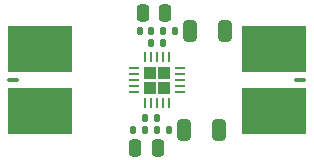
<source format=gbr>
%TF.GenerationSoftware,KiCad,Pcbnew,8.0.1*%
%TF.CreationDate,2024-06-29T11:44:41-04:00*%
%TF.ProjectId,X-Band Amplifier QPA2598,582d4261-6e64-4204-916d-706c69666965,v1.0*%
%TF.SameCoordinates,Original*%
%TF.FileFunction,Paste,Top*%
%TF.FilePolarity,Positive*%
%FSLAX46Y46*%
G04 Gerber Fmt 4.6, Leading zero omitted, Abs format (unit mm)*
G04 Created by KiCad (PCBNEW 8.0.1) date 2024-06-29 11:44:41*
%MOMM*%
%LPD*%
G01*
G04 APERTURE LIST*
G04 Aperture macros list*
%AMRoundRect*
0 Rectangle with rounded corners*
0 $1 Rounding radius*
0 $2 $3 $4 $5 $6 $7 $8 $9 X,Y pos of 4 corners*
0 Add a 4 corners polygon primitive as box body*
4,1,4,$2,$3,$4,$5,$6,$7,$8,$9,$2,$3,0*
0 Add four circle primitives for the rounded corners*
1,1,$1+$1,$2,$3*
1,1,$1+$1,$4,$5*
1,1,$1+$1,$6,$7*
1,1,$1+$1,$8,$9*
0 Add four rect primitives between the rounded corners*
20,1,$1+$1,$2,$3,$4,$5,0*
20,1,$1+$1,$4,$5,$6,$7,0*
20,1,$1+$1,$6,$7,$8,$9,0*
20,1,$1+$1,$8,$9,$2,$3,0*%
G04 Aperture macros list end*
%ADD10RoundRect,0.135000X0.135000X0.185000X-0.135000X0.185000X-0.135000X-0.185000X0.135000X-0.185000X0*%
%ADD11RoundRect,0.135000X-0.135000X-0.185000X0.135000X-0.185000X0.135000X0.185000X-0.135000X0.185000X0*%
%ADD12RoundRect,0.250000X-0.325000X-0.650000X0.325000X-0.650000X0.325000X0.650000X-0.325000X0.650000X0*%
%ADD13RoundRect,0.250000X0.250000X0.475000X-0.250000X0.475000X-0.250000X-0.475000X0.250000X-0.475000X0*%
%ADD14RoundRect,0.250000X-0.250000X-0.475000X0.250000X-0.475000X0.250000X0.475000X-0.250000X0.475000X0*%
%ADD15RoundRect,0.250000X0.325000X0.650000X-0.325000X0.650000X-0.325000X-0.650000X0.325000X-0.650000X0*%
%ADD16RoundRect,0.087500X0.412500X-0.087500X0.412500X0.087500X-0.412500X0.087500X-0.412500X-0.087500X0*%
%ADD17R,5.500000X4.000000*%
%ADD18RoundRect,0.249999X-0.290001X-0.290001X0.290001X-0.290001X0.290001X0.290001X-0.290001X0.290001X0*%
%ADD19RoundRect,0.062500X-0.350000X-0.062500X0.350000X-0.062500X0.350000X0.062500X-0.350000X0.062500X0*%
%ADD20RoundRect,0.062500X-0.062500X-0.350000X0.062500X-0.350000X0.062500X0.350000X-0.062500X0.350000X0*%
%ADD21RoundRect,0.087500X-0.412500X0.087500X-0.412500X-0.087500X0.412500X-0.087500X0.412500X0.087500X0*%
%ADD22RoundRect,0.140000X0.140000X0.170000X-0.140000X0.170000X-0.140000X-0.170000X0.140000X-0.170000X0*%
%ADD23RoundRect,0.140000X-0.140000X-0.170000X0.140000X-0.170000X0.140000X0.170000X-0.140000X0.170000X0*%
G04 APERTURE END LIST*
D10*
%TO.C,R4*%
X140210000Y-60325000D03*
X139190000Y-60325000D03*
%TD*%
D11*
%TO.C,R3*%
X140206000Y-59309000D03*
X141226000Y-59309000D03*
%TD*%
%TO.C,R2*%
X138682000Y-66675000D03*
X139702000Y-66675000D03*
%TD*%
D10*
%TO.C,R1*%
X140718000Y-67691000D03*
X139698000Y-67691000D03*
%TD*%
D12*
%TO.C,C5*%
X142543000Y-59309000D03*
X145493000Y-59309000D03*
%TD*%
D13*
%TO.C,C4*%
X138496000Y-57785000D03*
X140396000Y-57785000D03*
%TD*%
D14*
%TO.C,C3*%
X137861000Y-69215000D03*
X139761000Y-69215000D03*
%TD*%
D15*
%TO.C,C1*%
X144985000Y-67691000D03*
X142035000Y-67691000D03*
%TD*%
D16*
%TO.C,J2*%
X151850000Y-63500000D03*
D17*
X149600000Y-66135000D03*
X149600000Y-60865000D03*
%TD*%
D18*
%TO.C,U1*%
X139075000Y-62875000D03*
X139075000Y-64125000D03*
X140325000Y-62875000D03*
X140325000Y-64125000D03*
D19*
X137762500Y-62500000D03*
X137762500Y-63000000D03*
X137762500Y-63500000D03*
X137762500Y-64000000D03*
X137762500Y-64500000D03*
D20*
X138700000Y-65437500D03*
X139200000Y-65437500D03*
X139700000Y-65437500D03*
X140200000Y-65437500D03*
X140700000Y-65437500D03*
D19*
X141637500Y-64500000D03*
X141637500Y-64000000D03*
X141637500Y-63500000D03*
X141637500Y-63000000D03*
X141637500Y-62500000D03*
D20*
X140700000Y-61562500D03*
X140200000Y-61562500D03*
X139700000Y-61562500D03*
X139200000Y-61562500D03*
X138700000Y-61562500D03*
%TD*%
D21*
%TO.C,J1*%
X127550000Y-63500000D03*
D17*
X129800000Y-60865000D03*
X129800000Y-66135000D03*
%TD*%
D22*
%TO.C,C6*%
X139192000Y-59309000D03*
X138232000Y-59309000D03*
%TD*%
D23*
%TO.C,C2*%
X137696000Y-67691000D03*
X138656000Y-67691000D03*
%TD*%
M02*

</source>
